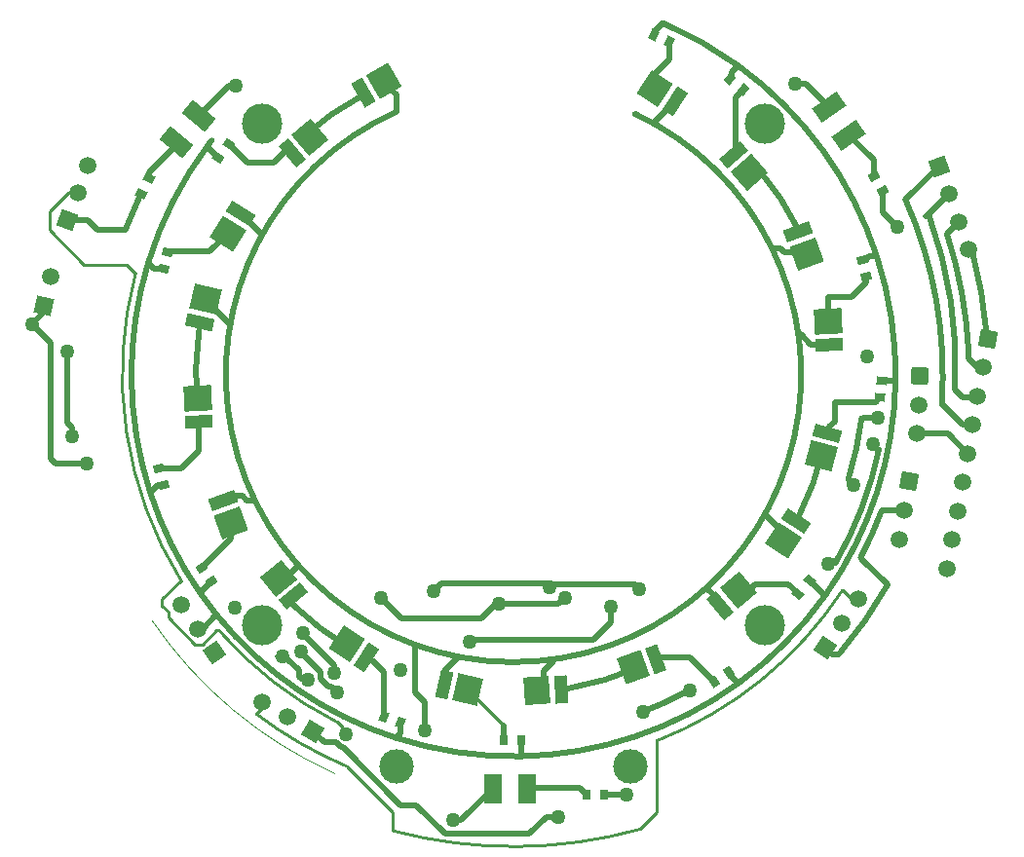
<source format=gtl>
G04 Layer_Physical_Order=1*
G04 Layer_Color=255*
%FSLAX44Y44*%
%MOMM*%
G71*
G01*
G75*
%ADD10C,0.2540*%
%ADD11C,0.5000*%
%ADD12C,0.0130*%
G04:AMPARAMS|DCode=13|XSize=1.1mm|YSize=2.4mm|CornerRadius=0mm|HoleSize=0mm|Usage=FLASHONLY|Rotation=30.000|XOffset=0mm|YOffset=0mm|HoleType=Round|Shape=Rectangle|*
%AMROTATEDRECTD13*
4,1,4,0.1237,-1.3142,-1.0763,0.7642,-0.1237,1.3142,1.0763,-0.7642,0.1237,-1.3142,0.0*
%
%ADD13ROTATEDRECTD13*%

G04:AMPARAMS|DCode=14|XSize=2.2mm|YSize=2.4mm|CornerRadius=0mm|HoleSize=0mm|Usage=FLASHONLY|Rotation=30.000|XOffset=0mm|YOffset=0mm|HoleType=Round|Shape=Rectangle|*
%AMROTATEDRECTD14*
4,1,4,-0.3526,-1.5892,-1.5526,0.4892,0.3526,1.5892,1.5526,-0.4892,-0.3526,-1.5892,0.0*
%
%ADD14ROTATEDRECTD14*%

G04:AMPARAMS|DCode=15|XSize=1.1mm|YSize=2.4mm|CornerRadius=0mm|HoleSize=0mm|Usage=FLASHONLY|Rotation=40.000|XOffset=0mm|YOffset=0mm|HoleType=Round|Shape=Rectangle|*
%AMROTATEDRECTD15*
4,1,4,0.3500,-1.2728,-1.1927,0.5657,-0.3500,1.2728,1.1927,-0.5657,0.3500,-1.2728,0.0*
%
%ADD15ROTATEDRECTD15*%

G04:AMPARAMS|DCode=16|XSize=2.2mm|YSize=2.4mm|CornerRadius=0mm|HoleSize=0mm|Usage=FLASHONLY|Rotation=40.000|XOffset=0mm|YOffset=0mm|HoleType=Round|Shape=Rectangle|*
%AMROTATEDRECTD16*
4,1,4,-0.0713,-1.6263,-1.6140,0.2122,0.0713,1.6263,1.6140,-0.2122,-0.0713,-1.6263,0.0*
%
%ADD16ROTATEDRECTD16*%

G04:AMPARAMS|DCode=17|XSize=2.2mm|YSize=2.4mm|CornerRadius=0mm|HoleSize=0mm|Usage=FLASHONLY|Rotation=238.000|XOffset=0mm|YOffset=0mm|HoleType=Round|Shape=Rectangle|*
%AMROTATEDRECTD17*
4,1,4,-0.4348,1.5688,1.6006,0.2969,0.4348,-1.5688,-1.6006,-0.2969,-0.4348,1.5688,0.0*
%
%ADD17ROTATEDRECTD17*%

G04:AMPARAMS|DCode=18|XSize=1.1mm|YSize=2.4mm|CornerRadius=0mm|HoleSize=0mm|Usage=FLASHONLY|Rotation=238.000|XOffset=0mm|YOffset=0mm|HoleType=Round|Shape=Rectangle|*
%AMROTATEDRECTD18*
4,1,4,-0.7262,1.1023,1.3091,-0.1695,0.7262,-1.1023,-1.3091,0.1695,-0.7262,1.1023,0.0*
%
%ADD18ROTATEDRECTD18*%

G04:AMPARAMS|DCode=19|XSize=1.1mm|YSize=2.4mm|CornerRadius=0mm|HoleSize=0mm|Usage=FLASHONLY|Rotation=77.000|XOffset=0mm|YOffset=0mm|HoleType=Round|Shape=Rectangle|*
%AMROTATEDRECTD19*
4,1,4,1.0455,-0.8058,-1.2930,-0.2660,-1.0455,0.8058,1.2930,0.2660,1.0455,-0.8058,0.0*
%
%ADD19ROTATEDRECTD19*%

G04:AMPARAMS|DCode=20|XSize=2.2mm|YSize=2.4mm|CornerRadius=0mm|HoleSize=0mm|Usage=FLASHONLY|Rotation=77.000|XOffset=0mm|YOffset=0mm|HoleType=Round|Shape=Rectangle|*
%AMROTATEDRECTD20*
4,1,4,0.9218,-1.3418,-1.4167,-0.8019,-0.9218,1.3418,1.4167,0.8019,0.9218,-1.3418,0.0*
%
%ADD20ROTATEDRECTD20*%

G04:AMPARAMS|DCode=21|XSize=1.1mm|YSize=2.4mm|CornerRadius=0mm|HoleSize=0mm|Usage=FLASHONLY|Rotation=93.000|XOffset=0mm|YOffset=0mm|HoleType=Round|Shape=Rectangle|*
%AMROTATEDRECTD21*
4,1,4,1.2271,-0.4864,-1.1696,-0.6120,-1.2271,0.4864,1.1696,0.6120,1.2271,-0.4864,0.0*
%
%ADD21ROTATEDRECTD21*%

G04:AMPARAMS|DCode=22|XSize=2.2mm|YSize=2.4mm|CornerRadius=0mm|HoleSize=0mm|Usage=FLASHONLY|Rotation=93.000|XOffset=0mm|YOffset=0mm|HoleType=Round|Shape=Rectangle|*
%AMROTATEDRECTD22*
4,1,4,1.2559,-1.0357,-1.1408,-1.1613,-1.2559,1.0357,1.1408,1.1613,1.2559,-1.0357,0.0*
%
%ADD22ROTATEDRECTD22*%

G04:AMPARAMS|DCode=23|XSize=2.2mm|YSize=2.4mm|CornerRadius=0mm|HoleSize=0mm|Usage=FLASHONLY|Rotation=290.000|XOffset=0mm|YOffset=0mm|HoleType=Round|Shape=Rectangle|*
%AMROTATEDRECTD23*
4,1,4,-1.5038,0.6232,0.7514,1.4441,1.5038,-0.6232,-0.7514,-1.4441,-1.5038,0.6232,0.0*
%
%ADD23ROTATEDRECTD23*%

G04:AMPARAMS|DCode=24|XSize=1.1mm|YSize=2.4mm|CornerRadius=0mm|HoleSize=0mm|Usage=FLASHONLY|Rotation=290.000|XOffset=0mm|YOffset=0mm|HoleType=Round|Shape=Rectangle|*
%AMROTATEDRECTD24*
4,1,4,-1.3157,0.1064,0.9395,0.9273,1.3157,-0.1064,-0.9395,-0.9273,-1.3157,0.1064,0.0*
%
%ADD24ROTATEDRECTD24*%

G04:AMPARAMS|DCode=25|XSize=1.1mm|YSize=2.4mm|CornerRadius=0mm|HoleSize=0mm|Usage=FLASHONLY|Rotation=129.000|XOffset=0mm|YOffset=0mm|HoleType=Round|Shape=Rectangle|*
%AMROTATEDRECTD25*
4,1,4,1.2787,0.3277,-0.5865,-1.1826,-1.2787,-0.3277,0.5865,1.1826,1.2787,0.3277,0.0*
%
%ADD25ROTATEDRECTD25*%

G04:AMPARAMS|DCode=26|XSize=2.2mm|YSize=2.4mm|CornerRadius=0mm|HoleSize=0mm|Usage=FLASHONLY|Rotation=129.000|XOffset=0mm|YOffset=0mm|HoleType=Round|Shape=Rectangle|*
%AMROTATEDRECTD26*
4,1,4,1.6248,-0.0997,-0.2403,-1.6100,-1.6248,0.0997,0.2403,1.6100,1.6248,-0.0997,0.0*
%
%ADD26ROTATEDRECTD26*%

G04:AMPARAMS|DCode=27|XSize=1.1mm|YSize=2.4mm|CornerRadius=0mm|HoleSize=0mm|Usage=FLASHONLY|Rotation=147.000|XOffset=0mm|YOffset=0mm|HoleType=Round|Shape=Rectangle|*
%AMROTATEDRECTD27*
4,1,4,1.1148,0.7068,-0.1923,-1.3060,-1.1148,-0.7068,0.1923,1.3060,1.1148,0.7068,0.0*
%
%ADD27ROTATEDRECTD27*%

G04:AMPARAMS|DCode=28|XSize=2.2mm|YSize=2.4mm|CornerRadius=0mm|HoleSize=0mm|Usage=FLASHONLY|Rotation=147.000|XOffset=0mm|YOffset=0mm|HoleType=Round|Shape=Rectangle|*
%AMROTATEDRECTD28*
4,1,4,1.5761,0.4073,0.2690,-1.6055,-1.5761,-0.4073,-0.2690,1.6055,1.5761,0.4073,0.0*
%
%ADD28ROTATEDRECTD28*%

G04:AMPARAMS|DCode=29|XSize=2.2mm|YSize=2.4mm|CornerRadius=0mm|HoleSize=0mm|Usage=FLASHONLY|Rotation=347.000|XOffset=0mm|YOffset=0mm|HoleType=Round|Shape=Rectangle|*
%AMROTATEDRECTD29*
4,1,4,-1.3418,-0.9218,-0.8019,1.4167,1.3418,0.9218,0.8019,-1.4167,-1.3418,-0.9218,0.0*
%
%ADD29ROTATEDRECTD29*%

G04:AMPARAMS|DCode=30|XSize=1.1mm|YSize=2.4mm|CornerRadius=0mm|HoleSize=0mm|Usage=FLASHONLY|Rotation=347.000|XOffset=0mm|YOffset=0mm|HoleType=Round|Shape=Rectangle|*
%AMROTATEDRECTD30*
4,1,4,-0.8058,-1.0455,-0.2660,1.2930,0.8058,1.0455,0.2660,-1.2930,-0.8058,-1.0455,0.0*
%
%ADD30ROTATEDRECTD30*%

G04:AMPARAMS|DCode=31|XSize=1.1mm|YSize=2.4mm|CornerRadius=0mm|HoleSize=0mm|Usage=FLASHONLY|Rotation=184.000|XOffset=0mm|YOffset=0mm|HoleType=Round|Shape=Rectangle|*
%AMROTATEDRECTD31*
4,1,4,0.4649,1.2354,0.6324,-1.1587,-0.4649,-1.2354,-0.6324,1.1587,0.4649,1.2354,0.0*
%
%ADD31ROTATEDRECTD31*%

G04:AMPARAMS|DCode=32|XSize=2.2mm|YSize=2.4mm|CornerRadius=0mm|HoleSize=0mm|Usage=FLASHONLY|Rotation=184.000|XOffset=0mm|YOffset=0mm|HoleType=Round|Shape=Rectangle|*
%AMROTATEDRECTD32*
4,1,4,1.0136,1.2738,1.1810,-1.1203,-1.0136,-1.2738,-1.1810,1.1203,1.0136,1.2738,0.0*
%
%ADD32ROTATEDRECTD32*%

G04:AMPARAMS|DCode=33|XSize=1.1mm|YSize=2.4mm|CornerRadius=0mm|HoleSize=0mm|Usage=FLASHONLY|Rotation=200.000|XOffset=0mm|YOffset=0mm|HoleType=Round|Shape=Rectangle|*
%AMROTATEDRECTD33*
4,1,4,0.1064,1.3157,0.9273,-0.9395,-0.1064,-1.3157,-0.9273,0.9395,0.1064,1.3157,0.0*
%
%ADD33ROTATEDRECTD33*%

G04:AMPARAMS|DCode=34|XSize=2.2mm|YSize=2.4mm|CornerRadius=0mm|HoleSize=0mm|Usage=FLASHONLY|Rotation=200.000|XOffset=0mm|YOffset=0mm|HoleType=Round|Shape=Rectangle|*
%AMROTATEDRECTD34*
4,1,4,0.6232,1.5038,1.4441,-0.7514,-0.6232,-1.5038,-1.4441,0.7514,0.6232,1.5038,0.0*
%
%ADD34ROTATEDRECTD34*%

G04:AMPARAMS|DCode=35|XSize=1.1mm|YSize=2.4mm|CornerRadius=0mm|HoleSize=0mm|Usage=FLASHONLY|Rotation=237.000|XOffset=0mm|YOffset=0mm|HoleType=Round|Shape=Rectangle|*
%AMROTATEDRECTD35*
4,1,4,-0.7068,1.1148,1.3060,-0.1923,0.7068,-1.1148,-1.3060,0.1923,-0.7068,1.1148,0.0*
%
%ADD35ROTATEDRECTD35*%

G04:AMPARAMS|DCode=36|XSize=2.2mm|YSize=2.4mm|CornerRadius=0mm|HoleSize=0mm|Usage=FLASHONLY|Rotation=237.000|XOffset=0mm|YOffset=0mm|HoleType=Round|Shape=Rectangle|*
%AMROTATEDRECTD36*
4,1,4,-0.4073,1.5761,1.6055,0.2690,0.4073,-1.5761,-1.6055,-0.2690,-0.4073,1.5761,0.0*
%
%ADD36ROTATEDRECTD36*%

G04:AMPARAMS|DCode=37|XSize=1.1mm|YSize=2.4mm|CornerRadius=0mm|HoleSize=0mm|Usage=FLASHONLY|Rotation=255.000|XOffset=0mm|YOffset=0mm|HoleType=Round|Shape=Rectangle|*
%AMROTATEDRECTD37*
4,1,4,-1.0168,0.8418,1.3015,0.2207,1.0168,-0.8418,-1.3015,-0.2207,-1.0168,0.8418,0.0*
%
%ADD37ROTATEDRECTD37*%

G04:AMPARAMS|DCode=38|XSize=2.2mm|YSize=2.4mm|CornerRadius=0mm|HoleSize=0mm|Usage=FLASHONLY|Rotation=255.000|XOffset=0mm|YOffset=0mm|HoleType=Round|Shape=Rectangle|*
%AMROTATEDRECTD38*
4,1,4,-0.8744,1.3731,1.4438,0.7519,0.8744,-1.3731,-1.4438,-0.7519,-0.8744,1.3731,0.0*
%
%ADD38ROTATEDRECTD38*%

G04:AMPARAMS|DCode=39|XSize=1.1mm|YSize=2.4mm|CornerRadius=0mm|HoleSize=0mm|Usage=FLASHONLY|Rotation=311.000|XOffset=0mm|YOffset=0mm|HoleType=Round|Shape=Rectangle|*
%AMROTATEDRECTD39*
4,1,4,-1.2665,-0.3722,0.5448,1.2024,1.2665,0.3722,-0.5448,-1.2024,-1.2665,-0.3722,0.0*
%
%ADD39ROTATEDRECTD39*%

G04:AMPARAMS|DCode=40|XSize=2.2mm|YSize=2.4mm|CornerRadius=0mm|HoleSize=0mm|Usage=FLASHONLY|Rotation=311.000|XOffset=0mm|YOffset=0mm|HoleType=Round|Shape=Rectangle|*
%AMROTATEDRECTD40*
4,1,4,-1.6273,0.0429,0.1840,1.6175,1.6273,-0.0429,-0.1840,-1.6175,-1.6273,0.0429,0.0*
%
%ADD40ROTATEDRECTD40*%

G04:AMPARAMS|DCode=41|XSize=0.9mm|YSize=0.7mm|CornerRadius=0mm|HoleSize=0mm|Usage=FLASHONLY|Rotation=175.000|XOffset=0mm|YOffset=0mm|HoleType=Round|Shape=Rectangle|*
%AMROTATEDRECTD41*
4,1,4,0.4788,0.3095,0.4178,-0.3879,-0.4788,-0.3095,-0.4178,0.3879,0.4788,0.3095,0.0*
%
%ADD41ROTATEDRECTD41*%

G04:AMPARAMS|DCode=42|XSize=0.9mm|YSize=0.7mm|CornerRadius=0mm|HoleSize=0mm|Usage=FLASHONLY|Rotation=325.000|XOffset=0mm|YOffset=0mm|HoleType=Round|Shape=Rectangle|*
%AMROTATEDRECTD42*
4,1,4,-0.5694,-0.0286,-0.1679,0.5448,0.5694,0.0286,0.1679,-0.5448,-0.5694,-0.0286,0.0*
%
%ADD42ROTATEDRECTD42*%

G04:AMPARAMS|DCode=43|XSize=0.9mm|YSize=0.7mm|CornerRadius=0mm|HoleSize=0mm|Usage=FLASHONLY|Rotation=345.000|XOffset=0mm|YOffset=0mm|HoleType=Round|Shape=Rectangle|*
%AMROTATEDRECTD43*
4,1,4,-0.5252,-0.2216,-0.3441,0.4546,0.5252,0.2216,0.3441,-0.4546,-0.5252,-0.2216,0.0*
%
%ADD43ROTATEDRECTD43*%

G04:AMPARAMS|DCode=44|XSize=0.9mm|YSize=0.7mm|CornerRadius=0mm|HoleSize=0mm|Usage=FLASHONLY|Rotation=15.000|XOffset=0mm|YOffset=0mm|HoleType=Round|Shape=Rectangle|*
%AMROTATEDRECTD44*
4,1,4,-0.3441,-0.4546,-0.5252,0.2216,0.3441,0.4546,0.5252,-0.2216,-0.3441,-0.4546,0.0*
%
%ADD44ROTATEDRECTD44*%

G04:AMPARAMS|DCode=45|XSize=0.9mm|YSize=0.7mm|CornerRadius=0mm|HoleSize=0mm|Usage=FLASHONLY|Rotation=35.000|XOffset=0mm|YOffset=0mm|HoleType=Round|Shape=Rectangle|*
%AMROTATEDRECTD45*
4,1,4,-0.1679,-0.5448,-0.5694,0.0286,0.1679,0.5448,0.5694,-0.0286,-0.1679,-0.5448,0.0*
%
%ADD45ROTATEDRECTD45*%

G04:AMPARAMS|DCode=46|XSize=0.9mm|YSize=0.7mm|CornerRadius=0mm|HoleSize=0mm|Usage=FLASHONLY|Rotation=70.000|XOffset=0mm|YOffset=0mm|HoleType=Round|Shape=Rectangle|*
%AMROTATEDRECTD46*
4,1,4,0.1750,-0.5426,-0.4828,-0.3032,-0.1750,0.5426,0.4828,0.3032,0.1750,-0.5426,0.0*
%
%ADD46ROTATEDRECTD46*%

%ADD47R,1.5000X2.6000*%
%ADD48R,0.7000X0.9000*%
G04:AMPARAMS|DCode=49|XSize=0.9mm|YSize=0.7mm|CornerRadius=0mm|HoleSize=0mm|Usage=FLASHONLY|Rotation=125.000|XOffset=0mm|YOffset=0mm|HoleType=Round|Shape=Rectangle|*
%AMROTATEDRECTD49*
4,1,4,0.5448,-0.1679,-0.0286,-0.5694,-0.5448,0.1679,0.0286,0.5694,0.5448,-0.1679,0.0*
%
%ADD49ROTATEDRECTD49*%

G04:AMPARAMS|DCode=50|XSize=0.9mm|YSize=0.7mm|CornerRadius=0mm|HoleSize=0mm|Usage=FLASHONLY|Rotation=140.000|XOffset=0mm|YOffset=0mm|HoleType=Round|Shape=Rectangle|*
%AMROTATEDRECTD50*
4,1,4,0.5697,-0.0211,0.1197,-0.5574,-0.5697,0.0211,-0.1197,0.5574,0.5697,-0.0211,0.0*
%
%ADD50ROTATEDRECTD50*%

G04:AMPARAMS|DCode=51|XSize=0.9mm|YSize=0.7mm|CornerRadius=0mm|HoleSize=0mm|Usage=FLASHONLY|Rotation=230.000|XOffset=0mm|YOffset=0mm|HoleType=Round|Shape=Rectangle|*
%AMROTATEDRECTD51*
4,1,4,0.0211,0.5697,0.5574,0.1197,-0.0211,-0.5697,-0.5574,-0.1197,0.0211,0.5697,0.0*
%
%ADD51ROTATEDRECTD51*%

G04:AMPARAMS|DCode=52|XSize=0.9mm|YSize=0.7mm|CornerRadius=0mm|HoleSize=0mm|Usage=FLASHONLY|Rotation=245.000|XOffset=0mm|YOffset=0mm|HoleType=Round|Shape=Rectangle|*
%AMROTATEDRECTD52*
4,1,4,-0.1270,0.5558,0.5074,0.2599,0.1270,-0.5558,-0.5074,-0.2599,-0.1270,0.5558,0.0*
%
%ADD52ROTATEDRECTD52*%

G04:AMPARAMS|DCode=53|XSize=1.5mm|YSize=2.6mm|CornerRadius=0mm|HoleSize=0mm|Usage=FLASHONLY|Rotation=305.000|XOffset=0mm|YOffset=0mm|HoleType=Round|Shape=Rectangle|*
%AMROTATEDRECTD53*
4,1,4,-1.4951,-0.1313,0.6347,1.3600,1.4951,0.1313,-0.6347,-1.3600,-1.4951,-0.1313,0.0*
%
%ADD53ROTATEDRECTD53*%

G04:AMPARAMS|DCode=54|XSize=1.5mm|YSize=2.6mm|CornerRadius=0mm|HoleSize=0mm|Usage=FLASHONLY|Rotation=230.000|XOffset=0mm|YOffset=0mm|HoleType=Round|Shape=Rectangle|*
%AMROTATEDRECTD54*
4,1,4,-0.5138,1.4102,1.4779,-0.2611,0.5138,-1.4102,-1.4779,0.2611,-0.5138,1.4102,0.0*
%
%ADD54ROTATEDRECTD54*%

G04:AMPARAMS|DCode=55|XSize=0.9mm|YSize=0.7mm|CornerRadius=0mm|HoleSize=0mm|Usage=FLASHONLY|Rotation=335.000|XOffset=0mm|YOffset=0mm|HoleType=Round|Shape=Rectangle|*
%AMROTATEDRECTD55*
4,1,4,-0.5558,-0.1270,-0.2599,0.5074,0.5558,0.1270,0.2599,-0.5074,-0.5558,-0.1270,0.0*
%
%ADD55ROTATEDRECTD55*%

G04:AMPARAMS|DCode=56|XSize=0.9mm|YSize=0.7mm|CornerRadius=0mm|HoleSize=0mm|Usage=FLASHONLY|Rotation=30.000|XOffset=0mm|YOffset=0mm|HoleType=Round|Shape=Rectangle|*
%AMROTATEDRECTD56*
4,1,4,-0.2147,-0.5281,-0.5647,0.0781,0.2147,0.5281,0.5647,-0.0781,-0.2147,-0.5281,0.0*
%
%ADD56ROTATEDRECTD56*%

%ADD57C,1.5000*%
%ADD58P,2.1213X4X170.0*%
%ADD59P,2.1213X4X195.0*%
%ADD60C,3.5000*%
%ADD61P,2.1213X4X335.0*%
%ADD62P,2.1213X4X305.0*%
%ADD63C,3.0000*%
%ADD64P,2.1213X4X115.0*%
%ADD65P,2.1213X4X122.0*%
%ADD66P,2.1213X4X312.0*%
%ADD67P,2.1213X4X101.0*%
%ADD68C,1.2700*%
D10*
X124358Y-318494D02*
G03*
X285765Y-187731I-124356J318496D01*
G01*
X-223542Y-295108D02*
G03*
X-144981Y-340648I223542J295104D01*
G01*
X-328413Y87997D02*
G03*
X-288334Y-180175I328415J-87999D01*
G01*
X-256000Y-222530D02*
G03*
X-153489Y-302102I255223J222982D01*
G01*
X-103930Y-396982D02*
G03*
X110557Y-395189I103932J396984D01*
G01*
X-110145Y253890D02*
X-106394Y250139D01*
Y247958D02*
Y250139D01*
X285765Y-187731D02*
X286045D01*
X293454Y-195139D02*
X299350D01*
X124358Y-380520D02*
Y-318494D01*
X-223542Y-295108D02*
X-218363Y-289929D01*
X-144981Y-340648D02*
X-104709Y-380920D01*
X-335992Y95576D02*
X-328413Y87997D01*
X-153489Y-302102D02*
X-153489Y-302102D01*
X-258340Y-222530D02*
X-256000D01*
X-153489Y-302102D02*
X-148608Y-306983D01*
X109626Y-395251D02*
X124358Y-380520D01*
X286045Y-187731D02*
X293454Y-195139D01*
X-104709Y-396691D02*
Y-380920D01*
X-373123Y95576D02*
X-335992D01*
X-403193Y125646D02*
X-373123Y95576D01*
X-403193Y125646D02*
Y142048D01*
X-387398Y157843D02*
X-378860D01*
X-403193Y142048D02*
X-387398Y157843D01*
X-305297Y-195446D02*
X-289180Y-179329D01*
X-305297Y-201973D02*
Y-195446D01*
Y-201973D02*
X-304947Y-201624D01*
X-300111Y-211297D02*
Y-206460D01*
X-304947Y-201624D02*
X-300111Y-206460D01*
Y-211297D02*
X-276791Y-234617D01*
X-270427D01*
X-258340Y-222530D01*
X-148608Y-309335D02*
Y-306983D01*
Y-309335D02*
X-145380Y-312562D01*
X-269243Y59968D02*
X-265512Y56237D01*
X-59968Y-269243D02*
Y-257674D01*
X-309327Y-96170D02*
X-303935D01*
X186944Y-260394D02*
Y-258523D01*
X187947Y257085D02*
X189618Y258755D01*
X121844Y295126D02*
Y297726D01*
X302634Y99527D02*
X306240D01*
X-39993Y-273854D02*
X-8338Y-305509D01*
X-271960Y-190428D02*
Y-189592D01*
X-265147Y197072D02*
Y199802D01*
X5794Y-331954D02*
X6662Y-331086D01*
X331345Y-5185D02*
X331954Y-5794D01*
X180134Y-206671D02*
X182485D01*
X-206570Y-182401D02*
X-200905D01*
X-224698Y-109592D02*
X-224698Y-109592D01*
X-224698Y-109592D02*
X-224698D01*
X-218653Y121201D02*
Y121407D01*
X34794Y-249382D02*
Y-247569D01*
X174591Y-178966D02*
X176779Y-176779D01*
X218657Y-121452D02*
Y-121204D01*
X224700Y109592D02*
X224700D01*
X224699Y109593D02*
X224700Y109592D01*
X121202Y218654D02*
X121449D01*
X247569Y34794D02*
X249547D01*
D11*
X383765Y-13401D02*
G03*
X360715Y139177I-383473J20097D01*
G01*
X372091Y-26019D02*
G03*
X340752Y151713I-372091J26019D01*
G01*
X395574Y18364D02*
G03*
X376618Y122371I-395574J-18364D01*
G01*
X109588Y-294255D02*
G03*
X150186Y-275753I-109590J294253D01*
G01*
X-323566Y157814D02*
G03*
X-337211Y126051I323566J-157814D01*
G01*
X279711Y-163765D02*
G03*
X317480Y-65292I-279708J163763D01*
G01*
X301557Y-159334D02*
G03*
X319785Y-118582I-301553J159334D01*
G01*
X-129574Y243693D02*
G03*
X-184680Y205108I129574J-243693D01*
G01*
X-273314Y38412D02*
G03*
X-274488Y-28850I273314J-38412D01*
G01*
X-192564Y-199406D02*
G03*
X-142772Y-237612I192564J199406D01*
G01*
X48098Y-272775D02*
G03*
X108226Y-254964I-48098J272775D01*
G01*
X246341Y-126667D02*
G03*
X269900Y-62311I-246341J126667D01*
G01*
X249864Y121867D02*
G03*
X209357Y182903I-249864J-121867D01*
G01*
X411029Y35961D02*
G03*
X398704Y106818I-412497J-35247D01*
G01*
X-315752Y-102594D02*
G03*
X-271960Y-190428I315754J102592D01*
G01*
X-271958Y-190431D02*
G03*
X-258014Y-208936I271960J190429D01*
G01*
X-102595Y-315754D02*
G03*
X5794Y-331954I102597J315752D01*
G01*
X-258014Y-208936D02*
G03*
X-102595Y-315754I258016J208934D01*
G01*
X5794Y-331954D02*
G03*
X195148Y-268598I-5792J331952D01*
G01*
X-317493Y97067D02*
G03*
X-315752Y-102594I317495J-97069D01*
G01*
X-265147Y199802D02*
G03*
X-317493Y97067I265148J-199804D01*
G01*
X-262303Y203521D02*
G03*
X-265147Y199802I262305J-203523D01*
G01*
X195148Y-268598D02*
G03*
X270703Y-192216I-195146J268596D01*
G01*
D02*
G03*
X271963Y-190430I-270701J192214D01*
G01*
D02*
G03*
X331954Y-5794I-271961J190428D01*
G01*
D02*
G03*
X315754Y102595I-331952J5792D01*
G01*
D02*
G03*
X195146Y268595I-315752J-102597D01*
G01*
X195148Y268593D02*
G03*
X129726Y305608I-195146J-268595D01*
G01*
X282542Y-243433D02*
G03*
X325066Y-182819I-282540J243435D01*
G01*
X291156Y-90181D02*
G03*
X302390Y-38267I-291158J90179D01*
G01*
X-101682Y228384D02*
G03*
X105653Y226577I101684J-228386D01*
G01*
X-204870Y187523D02*
X-196493Y195900D01*
X-193264D01*
X-208556Y183837D02*
X-204870Y187523D01*
X-231020Y183837D02*
X-208556D01*
X-106394Y247958D02*
X-101682Y243246D01*
X383765Y-13401D02*
X390461Y-20097D01*
X359151Y137613D02*
X378245Y156707D01*
X372091Y-26019D02*
X389871Y-43800D01*
X395574Y14005D02*
Y18364D01*
X376618Y122371D02*
X383173Y128925D01*
X257164Y-179199D02*
X257686D01*
X238847Y-182014D02*
X246204Y-189372D01*
X209668Y-182014D02*
X238847D01*
X-361820Y125550D02*
X-337382D01*
X-218363Y-289929D02*
Y-284601D01*
X57755Y-359554D02*
X63683Y-365482D01*
X153143Y-275951D02*
Y-274508D01*
Y-275951D02*
X154024Y-276832D01*
X295778Y-96422D02*
Y-96104D01*
X304091Y-37779D02*
X316395D01*
X276449Y-164297D02*
X278346Y-162400D01*
X273436Y-164297D02*
X276449D01*
X312865Y-60677D02*
X316154Y-63966D01*
X312157Y-60677D02*
X312865D01*
X320059Y-117989D02*
X325976D01*
X302002Y-160234D02*
X302481D01*
X270943Y-237254D02*
X277122Y-243433D01*
X325976Y-117989D02*
X326030Y-118043D01*
X339460D01*
X-183228Y-265292D02*
X-178941D01*
X-156056Y-259721D02*
Y-252504D01*
X-273412Y224673D02*
X-247374Y250711D01*
X-241075D01*
X97471Y-365482D02*
X97833Y-365119D01*
X78683Y-365482D02*
X97471D01*
X-186025Y-262494D02*
X-183228Y-265292D01*
X-158468Y-271111D02*
X-153200Y-276379D01*
X-387547Y133975D02*
X-370245D01*
X-361820Y125550D01*
X-148448Y-323952D02*
X-98141Y-374259D01*
X-150098Y-323952D02*
X-148448D01*
X-154253Y-319798D02*
X-150098Y-323952D01*
X-164572Y-319798D02*
X-154253D01*
X-237416Y140170D02*
X-218653Y121407D01*
X-265512Y56237D02*
X-259027D01*
X-241862Y-105751D02*
X-235541D01*
X-245703Y-109592D02*
X-241862Y-105751D01*
X-252705Y-109592D02*
X-245703D01*
X-235541Y-105751D02*
X-231700Y-109592D01*
X26158Y-274463D02*
Y-258017D01*
X34794Y-249382D01*
X249547Y34794D02*
X258190Y26150D01*
X274333D01*
X235136Y106158D02*
X242270D01*
X231702Y109592D02*
X235136Y106158D01*
X242270D02*
X245704Y109592D01*
X252705D01*
X121449Y218654D02*
X140100Y237305D01*
X-247668Y200485D02*
X-231020Y183837D01*
X-265147Y197072D02*
X-256272Y188197D01*
X-312078Y91652D02*
X-304125D01*
X-271960Y-189592D02*
X-262348Y-179981D01*
X-98546Y-311706D02*
Y-302386D01*
X6662Y-331086D02*
Y-318280D01*
X319988Y-5185D02*
X331345D01*
X189618Y258755D02*
Y263067D01*
X306240Y99527D02*
X309307Y102595D01*
X-263927Y107137D02*
X-248279Y122785D01*
X-299247Y107137D02*
X-263927D01*
X-300243Y106141D02*
X-299247Y107137D01*
X-273260Y-66161D02*
Y-46622D01*
X-288779Y-81681D02*
X-273260Y-66161D01*
X-307817Y-81681D02*
X-288779D01*
X-245694Y-142435D02*
Y-128856D01*
X-270952Y-167693D02*
X-245694Y-142435D01*
X-122907Y-248470D02*
X-112642Y-258736D01*
Y-297256D02*
Y-258736D01*
X-8338Y-318280D02*
Y-305509D01*
X128856Y-245694D02*
X153223D01*
X174656Y-267127D01*
X274295Y-45434D02*
X278934Y-40795D01*
Y-24404D01*
X273260Y46622D02*
Y67373D01*
X293697D01*
X306516Y80192D01*
Y85039D01*
X193321Y241326D02*
X199438Y247443D01*
X122907Y248470D02*
Y261034D01*
X135438Y273565D01*
Y288786D01*
X383018Y128925D02*
X386932Y132839D01*
X403351Y6228D02*
X407794D01*
X402072Y-20097D02*
X403383Y-18786D01*
X340723Y151741D02*
X369557Y180575D01*
X383018Y128925D02*
X383173D01*
X395574Y14005D02*
X403351Y6228D01*
X358494Y137613D02*
Y137613D01*
X359151D01*
X390461Y-20097D02*
X402072D01*
X389871Y-43800D02*
X398973D01*
X376948Y-143856D02*
X381330D01*
X350491Y-51570D02*
X377318D01*
X394562Y-68814D01*
X-274389Y-221019D02*
X-270097D01*
X-408081Y54619D02*
Y60098D01*
X-418693Y44006D02*
X-408081Y54619D01*
X-317089Y170874D02*
Y175913D01*
X-292368Y200634D01*
X291504Y207942D02*
X313058Y186387D01*
Y172426D02*
Y186387D01*
X244519Y253207D02*
X253605D01*
X274296Y232516D01*
X320558Y140667D02*
Y159436D01*
Y140667D02*
X333288Y127937D01*
X278934Y-24404D02*
X309409D01*
X309550Y-24262D01*
X314546D01*
X318680Y-20128D01*
X-77173Y-309524D02*
Y-284468D01*
X-85505Y-276135D02*
X-77173Y-284468D01*
X-174369Y-310001D02*
X-164572Y-319798D01*
X-197550Y-176776D02*
X-195280D01*
X-197550D02*
X-188772Y-167998D01*
X169606Y-187275D02*
X174387Y-192057D01*
Y-198392D02*
Y-192057D01*
X-387468Y-41947D02*
Y20306D01*
X-397898Y-77542D02*
X-370672D01*
X-418693Y44006D02*
X-402314Y27627D01*
Y-73126D02*
Y27627D01*
Y-73126D02*
X-397898Y-77542D01*
X-383744Y-53951D02*
Y-45671D01*
X-387468Y-41947D02*
X-383744Y-45671D01*
X12027Y-359554D02*
X57755D01*
X-12466Y-199407D02*
Y-196541D01*
X39225Y-199407D02*
X43488Y-195144D01*
X-115001Y-193898D02*
X-97176Y-211724D01*
X-27649D01*
X-12466Y-199407D02*
X39225D01*
X-38118Y-232368D02*
X-36112Y-230362D01*
X68956D01*
X84222Y-215096D01*
Y-201781D01*
X-69156Y-188340D02*
X-62338Y-181522D01*
X28245D01*
X31670Y-184947D01*
X34108Y-182509D01*
X105500D01*
X109447Y-186456D01*
X-270097Y-221019D02*
X-258014Y-208936D01*
X-102595Y-315754D02*
X-98546Y-311706D01*
X-315752Y-102594D02*
X-309327Y-96170D01*
X-317493Y97067D02*
X-312078Y91652D01*
X186944Y-260394D02*
X195148Y-268598D01*
X257686Y-179199D02*
X270703Y-192216D01*
X121844Y297726D02*
X129726Y305608D01*
X189618Y263067D02*
X195146Y268595D01*
X309307Y102595D02*
X315754D01*
X-183919Y-224641D02*
X-182553D01*
X-160774Y-271111D02*
X-158468D01*
X-167446Y-264439D02*
Y-258740D01*
Y-264439D02*
X-160774Y-271111D01*
X-185056Y-241130D02*
X-184236D01*
X-205191Y-244843D02*
X-200947D01*
X-183919Y-224641D02*
X-156056Y-252504D01*
X-196142Y-247172D02*
X-186025Y-257289D01*
Y-262494D02*
Y-257289D01*
X-205191Y-244843D02*
X-202862Y-247172D01*
X-196142D01*
X-27649Y-211724D02*
X-12466Y-196541D01*
X277122Y-243433D02*
X282542D01*
X291156Y-91800D02*
X295778Y-96422D01*
X291156Y-91800D02*
Y-90181D01*
X302481Y-160234D02*
X325066Y-182819D01*
X193321Y195236D02*
Y241326D01*
X218657Y-121452D02*
X237305Y-140100D01*
X35481Y-387406D02*
X38539Y-384348D01*
X-52175Y-387487D02*
X-45619D01*
X-17973Y-359841D01*
X-17971Y-359839D01*
X-98141Y-374259D02*
X-84546D01*
X28631Y-384348D02*
X38539D01*
X-84546Y-374259D02*
X-59593Y-399212D01*
X13767D01*
X28631Y-384348D01*
X-185056Y-241130D02*
X-167446Y-258740D01*
X-17973Y-359841D02*
Y-359554D01*
X180134Y-206671D02*
Y-204139D01*
X198189Y-193494D02*
X209668Y-182014D01*
X-200905Y-182401D02*
X-195280Y-176776D01*
X-85505Y-276135D02*
Y-234924D01*
X-59968Y-257674D02*
X-47702Y-245408D01*
X-259027Y56237D02*
X-246200Y43410D01*
X-231700Y-109592D02*
X-224698D01*
X-101682Y228384D02*
Y243246D01*
X174387Y-198392D02*
X180134Y-204139D01*
X224700Y109592D02*
X231702D01*
D12*
X-313773Y-214346D02*
G03*
X-155442Y-346750I313775J214348D01*
G01*
D13*
X-130647Y245469D02*
D03*
D14*
X-112894Y255719D02*
D03*
D15*
X-192658Y192753D02*
D03*
X179470Y-200931D02*
D03*
D16*
X-176954Y205930D02*
D03*
X195174Y-187754D02*
D03*
D17*
X-248279Y122785D02*
D03*
D18*
X-237416Y140170D02*
D03*
D19*
X-272617Y45352D02*
D03*
D20*
X-268006Y65327D02*
D03*
D21*
X-273547Y-41130D02*
D03*
X274333Y26150D02*
D03*
D22*
X-274620Y-20658D02*
D03*
X273260Y46622D02*
D03*
D23*
X-245694Y-128856D02*
D03*
X254586Y104424D02*
D03*
D24*
X-252705Y-109592D02*
D03*
X247575Y123688D02*
D03*
D25*
X-191000Y-192826D02*
D03*
D26*
X-203901Y-176894D02*
D03*
D27*
X-127520Y-245475D02*
D03*
X140100Y237305D02*
D03*
D28*
X-144713Y-234310D02*
D03*
X122907Y248470D02*
D03*
D29*
X-39993Y-273854D02*
D03*
D30*
X-59968Y-269243D02*
D03*
D31*
X41122Y-273417D02*
D03*
D32*
X20672Y-274847D02*
D03*
D33*
X123688Y-247575D02*
D03*
D34*
X104424Y-254586D02*
D03*
D35*
X245475Y-127520D02*
D03*
D36*
X234310Y-144713D02*
D03*
D37*
X272871Y-50746D02*
D03*
D38*
X267565Y-70547D02*
D03*
D39*
X191341Y190838D02*
D03*
D40*
X204790Y175367D02*
D03*
D41*
X319988Y-5185D02*
D03*
X318680Y-20128D02*
D03*
D42*
X-256272Y188197D02*
D03*
X-247668Y200485D02*
D03*
D43*
X-304125Y91652D02*
D03*
X-300243Y106141D02*
D03*
D44*
X-303935Y-96170D02*
D03*
X-307817Y-81681D02*
D03*
X302634Y99527D02*
D03*
X306516Y85039D02*
D03*
D45*
X-262348Y-179981D02*
D03*
X-270952Y-167693D02*
D03*
D46*
X-98546Y-302386D02*
D03*
X-112642Y-297256D02*
D03*
D47*
X-17971Y-359839D02*
D03*
X12029D02*
D03*
D48*
X6662Y-318280D02*
D03*
X-8338D02*
D03*
X78683Y-365482D02*
D03*
X63683D02*
D03*
D49*
X186944Y-258523D02*
D03*
X174656Y-267127D02*
D03*
D50*
X257164Y-179199D02*
D03*
X247522Y-190689D02*
D03*
D51*
X187947Y257085D02*
D03*
X199438Y247443D02*
D03*
D52*
X121844Y295126D02*
D03*
X135438Y288786D02*
D03*
D53*
X274296Y232516D02*
D03*
X291504Y207942D02*
D03*
D54*
X-273412Y224673D02*
D03*
X-292696Y201692D02*
D03*
D55*
X-323429Y157280D02*
D03*
X-317089Y170874D02*
D03*
D56*
X320558Y159436D02*
D03*
X313058Y172426D02*
D03*
D57*
X-288958Y-200212D02*
D03*
X-274389Y-221019D02*
D03*
X-218363Y-284601D02*
D03*
X-196366Y-297301D02*
D03*
X378245Y156707D02*
D03*
X386932Y132839D02*
D03*
X395619Y108971D02*
D03*
X407794Y6228D02*
D03*
X376919Y-168871D02*
D03*
X381330Y-143856D02*
D03*
X385741Y-118842D02*
D03*
X390151Y-93828D02*
D03*
X394562Y-68814D02*
D03*
X398973Y-43800D02*
D03*
X403383Y-18786D02*
D03*
X-370173Y181711D02*
D03*
X-378860Y157843D02*
D03*
X-402367Y84847D02*
D03*
X335049Y-143057D02*
D03*
X339460Y-118043D02*
D03*
X350491Y-51570D02*
D03*
X351821Y-26205D02*
D03*
X299347Y-195135D02*
D03*
X285144Y-216192D02*
D03*
D58*
X-259820Y-241825D02*
D03*
D59*
X-174369Y-310001D02*
D03*
D60*
X218100Y-218100D02*
D03*
X-218100D02*
D03*
X218100Y218100D02*
D03*
X-218100D02*
D03*
D61*
X369557Y180575D02*
D03*
D62*
X412205Y31242D02*
D03*
X343870Y-93029D02*
D03*
D63*
X101600Y-340350D02*
D03*
X-101600D02*
D03*
D64*
X-387547Y133975D02*
D03*
D65*
X-408081Y60098D02*
D03*
D66*
X353150Y-840D02*
D03*
D67*
X270940Y-237250D02*
D03*
D68*
X153143Y-274508D02*
D03*
X-178941Y-265292D02*
D03*
X-156056Y-259721D02*
D03*
X-241075Y250711D02*
D03*
X-387468Y20306D02*
D03*
X97833Y-365119D02*
D03*
X-242070Y-203120D02*
D03*
X-153200Y-276379D02*
D03*
X-98551Y-256734D02*
D03*
X-145380Y-312562D02*
D03*
X-418693Y44006D02*
D03*
X44765Y-193899D02*
D03*
X-115001Y-193898D02*
D03*
X244519Y253207D02*
D03*
X333288Y127937D02*
D03*
X307577Y16119D02*
D03*
X295778Y-96104D02*
D03*
X316395Y-37779D02*
D03*
X312157Y-60677D02*
D03*
X273436Y-164297D02*
D03*
X-77173Y-309524D02*
D03*
X112527Y-293144D02*
D03*
X-383744Y-53951D02*
D03*
X-370672Y-77542D02*
D03*
X38539Y-384348D02*
D03*
X-38118Y-232368D02*
D03*
X84222Y-201781D02*
D03*
X-12466Y-199407D02*
D03*
X109447Y-186456D02*
D03*
X-69156Y-188340D02*
D03*
X31670Y-184947D02*
D03*
X-182553Y-224641D02*
D03*
X-184236Y-241130D02*
D03*
X-200947Y-244843D02*
D03*
X-52175Y-387487D02*
D03*
M02*

</source>
